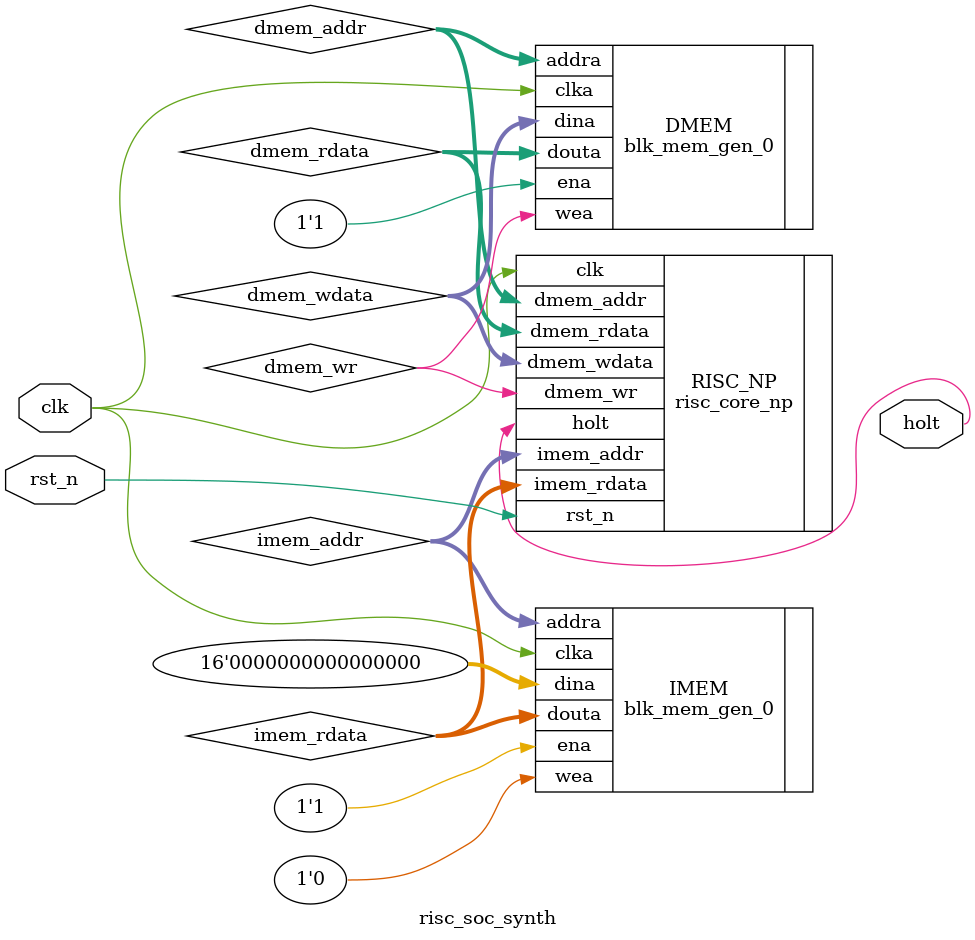
<source format=v>
/*************************************************************
* File Name   : risc_soc_synth.v
* Design Name : risc_soc_synth
* Version     : 
* Author      : 
* Date        : 
* Description : RISC SoC synthesis module
* Change Log  : 
*************************************************************/

module risc_soc_synth (
    //----- inputs -----
    input wire clk,
    input wire rst_n,
//    output wire [15:0] imem_rdata,
//    output wire [15:0] imem_addr,
//    output wire [15:0] dmem_rdata,
//    output wire [15:0] dmem_addr,
//    output wire [15:0] dmem_wdata,
//    output wire        dmem_wr,
    output wire        holt 
);
    //----- Parameters -----
    parameter imem_size = 64;
    parameter dmem_size = 32;

    //----- internal signals -----
    wire [15:0] imem_rdata;
    wire [15:0] imem_addr;
    wire [15:0] dmem_rdata;
    wire [15:0] dmem_addr;
    wire [15:0] dmem_wdata;
    wire        dmem_wr;
    
    //----- RISC core -----
    risc_core_np #(
        .imem_size ( imem_size )
    ) RISC_NP (
        //----- inputs -----
        .clk        ( clk        ),
        .rst_n      ( rst_n      ),
        .imem_rdata ( imem_rdata ),
        .dmem_rdata ( dmem_rdata ),
    
        //----- outputs -----
        .imem_addr  ( imem_addr  ),
        .dmem_addr  ( dmem_addr  ),
        .dmem_wdata ( dmem_wdata ),
        .dmem_wr    ( dmem_wr    ),
        .holt       ( holt       ) 
    );
    
    //----- Memory blocks -----
    blk_mem_gen_0 IMEM (
        .clka  ( clk        ),
        .ena   ( 1'b1       ),
        .wea   ( 1'b0       ),
        .addra ( imem_addr  ),
        .dina  ( 16'b0      ),
        .douta ( imem_rdata ) 
    );
    
    blk_mem_gen_0 DMEM (
        .clka  ( clk        ),
        .ena   ( 1'b1       ),
        .wea   ( dmem_wr    ),
        .addra ( dmem_addr  ),
        .dina  ( dmem_wdata ),
        .douta ( dmem_rdata ) 
    );

endmodule

</source>
